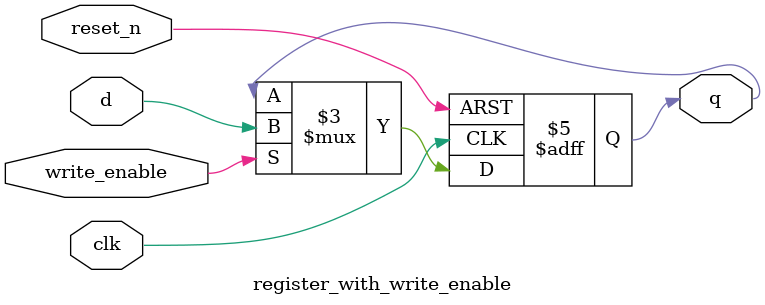
<source format=v>
module register_with_write_enable
  #(parameter WIDTH = 1)
   (
    input                  clk,
    input                  reset_n,
    input                  write_enable,
    input      [WIDTH-1:0] d,
    output reg [WIDTH-1:0] q
    );

   always @(posedge clk, negedge reset_n)
     if (!reset_n)
       q <= {WIDTH {1'b0}};
     else
       if (write_enable)
         q <= d;

endmodule // register

</source>
